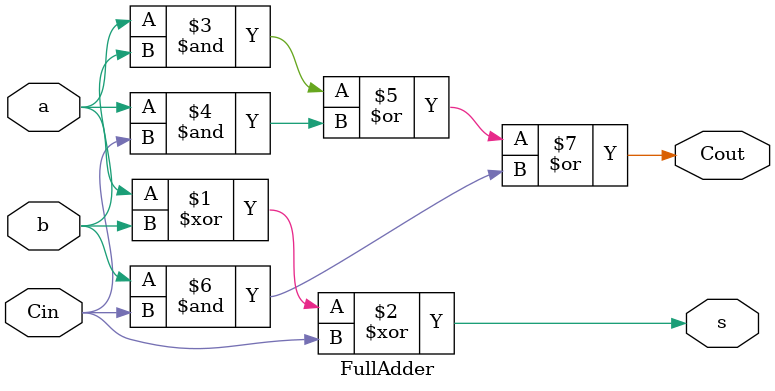
<source format=v>
`include "muxes.v"

module SinglePrecisionFPAdderWrapper (
    input clk, reset_n,
    input [31:0] data_in1, data_in2,
    output [31:0] data_out
);

reg [31:0] data_out_r;
assign data_out = data_out_r;

wire [31:0] data_out_w;

SinglePrecisionFPAdder fp_adder_unit (
    .data_in1(data_in1), .data_in2(data_in2),
    .data_out(data_out_w)
);

always @(posedge clk or negedge reset_n) begin
    if (!reset_n) begin
        data_out_r <= 0;
    end else begin
        data_out_r <= data_out_w;
    end
end

endmodule


module SinglePrecisionFPAdder (
    input [31:0] data_in1, data_in2,
    output [31:0] data_out
);

wire        s_i1, s_i2, s_o;
wire [7:0]  e_i1, e_i2, e_o;
wire [22:0] m_i1, m_i2, m_o;

assign s_i1 = data_in1[0];
assign e_i1 = data_in1[8:1];
assign m_i1 = data_in1[31:9];

assign s_i2 = data_in2[0];
assign e_i2 = data_in2[8:1];
assign m_i2 = data_in2[31:9];

assign data_out[0]    = s_o;
assign data_out[8:1]  = e_o;
assign data_out[31:9] = m_o;

// Exponent difference unit
wire       e_borw;  // compares the size of exponent
wire [7:0] e_diff;  // absolute difference of exponent

Subtractor exp_diff_unit (
    .lop(e_i1), .rop(e_i2),
    .borrow(e_borw), .dout(e_diff)
);

// Shift selection
wire [23:0] m_s;   // mantissa not shifted
wire [23:0] m_c1;  // criterion mantissa

assign m_s[23] = 1'b1;
assign m_c1[23] = 1'b1;

MUX2to1 #(.WORD_WIDTH(23)) s_mux_unit (
    .in_w0(m_i2), .in_w1(m_i1),
    .sel(e_borw), .out_w(m_s[22:0])
);

MUX2to1 #(.WORD_WIDTH(23)) c_mux_unit (
    .in_w0(m_i1), .in_w1(m_i2),
    .sel(e_borw), .out_w(m_c1[22:0])
);

// Mantissa Shifter
wire [4:0]  shift_amt;  // shift amount (absolute difference b/w two exponents)
wire [23:0] m_c2;       // shifted mantissa

assign shift_amt = e_diff[4:0];

BarrelShifter mantissa_shifter (
    .data_in(m_s), .shift_amt(shift_amt), .data_out(m_c2)
);

// Mantissa Adder
wire [24:0] add_res;  // result of mantissa addition
wire [23:0] m_a;      // added mantissa
wire        carry;    // carry

assign m_a   = add_res[23:0];
assign carry = add_res[24];

Adder #(.WORD_WIDTH(24)) mantissa_adder (
    .a(m_c1), .b(m_c2), .y(add_res)
);

// Exponent Selector
wire [7:0] e_sel;

MUX2to1 #(.WORD_WIDTH(8)) e_mux_unit (
    .in_w0(e_i1), .in_w1(e_i2),
    .sel(e_borw), .out_w(e_sel)
);

// Exponent Final
wire [7:0] cond_add, e_fin;
wire [8:0] cond_add_res;

assign cond_add = {7'd0, carry};
assign e_fin = cond_add_res[7:0];

Adder #(.WORD_WIDTH(8)) conditional_adder (
    .a(e_sel), .b(cond_add), .y(cond_add_res)
);

// Mantissa Final
wire [4:0]  cond_shift;
wire [23:0] cond_shift_res;
wire [22:0] m_fin;

assign cond_shift = {4'd0, carry};
assign m_fin = cond_shift_res[22:0];

BarrelShifter conditional_shifter (
    .data_in(m_a), .shift_amt(cond_shift), .data_out(cond_shift_res)
);

// Output assignment
assign s_o = 1'b0;
assign e_o = e_fin;
assign m_o = m_fin;
    
endmodule


module BarrelShifter (
    input [23:0]  data_in,
    input [4:0]   shift_amt,
    output [23:0] data_out
);

assign data_out = (data_in << shift_amt);

endmodule


module Subtractor (
    input [7:0] lop, rop,

    output borrow,
    output [7:0] dout
);

assign borrow = (lop > rop) ? 1'b0 : 1'b1;
assign dout = (lop > rop) ? (lop - rop) : (rop - lop);
    
endmodule


module Adder #(
    parameter WORD_WIDTH = 1
) (
    input [WORD_WIDTH-1:0] a,
    input [WORD_WIDTH-1:0] b,

    output [WORD_WIDTH:0] y
);

wire [WORD_WIDTH:0] carry;

assign carry[0] = 1'b0;
assign y[WORD_WIDTH] = carry[WORD_WIDTH];

genvar witer;

generate
    for (witer = 0; witer < WORD_WIDTH; witer = witer+1) begin: FADDERS
        FullAdder fadd(.a(a[witer]), .b(b[witer]), .Cin(carry[witer]), .s(y[witer]), .Cout(carry[witer+1]));
    end
endgenerate
    
endmodule


module FullAdder (
    input a,
    input b,
    input Cin,

    output s,
    output Cout
);

assign s = a ^ b ^ Cin;
assign Cout = (a & b) | (a & Cin) | (b & Cin);

endmodule
</source>
